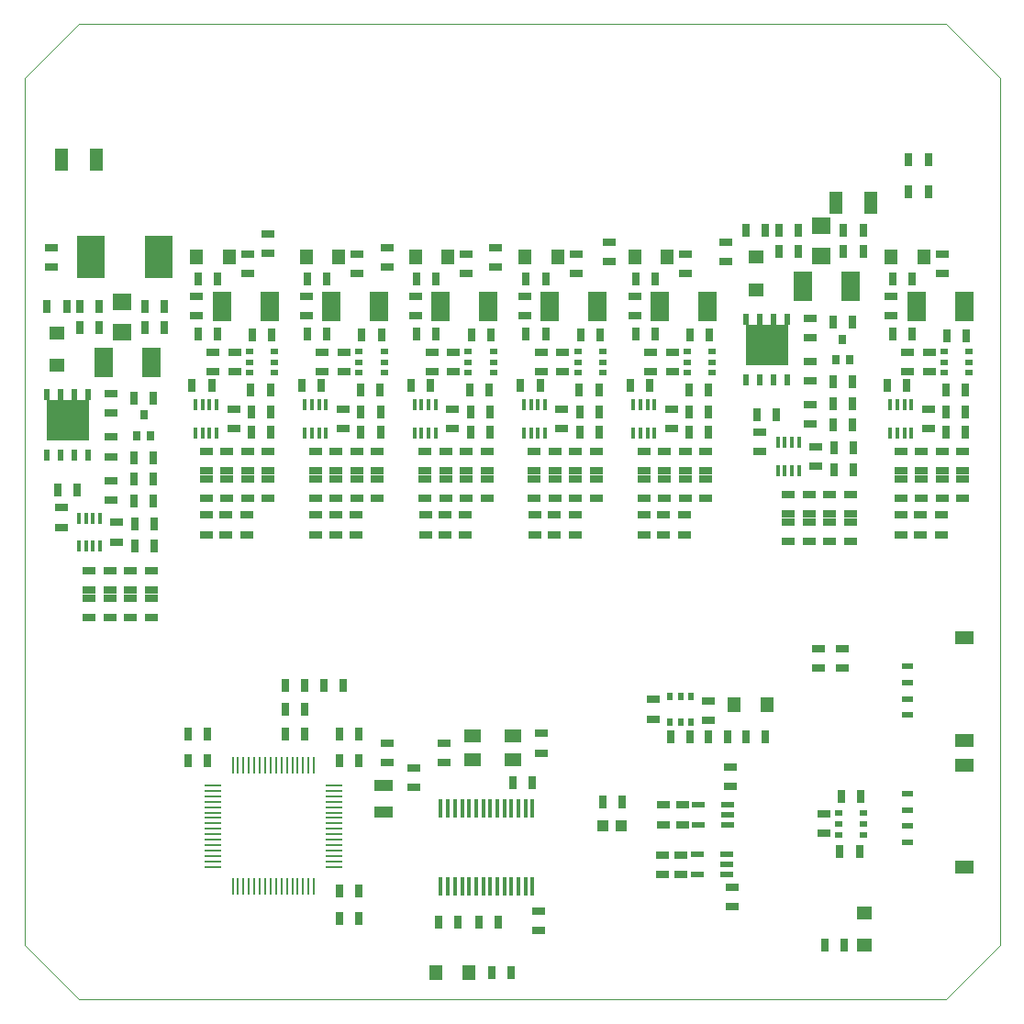
<source format=gtp>
G75*
%MOIN*%
%OFA0B0*%
%FSLAX25Y25*%
%IPPOS*%
%LPD*%
%AMOC8*
5,1,8,0,0,1.08239X$1,22.5*
%
%ADD10R,0.00984X0.06102*%
%ADD11R,0.06102X0.00984*%
%ADD12R,0.01575X0.06890*%
%ADD13R,0.07087X0.03937*%
%ADD14R,0.03150X0.04724*%
%ADD15R,0.04724X0.03150*%
%ADD16R,0.06299X0.04921*%
%ADD17R,0.03937X0.00984*%
%ADD18R,0.00984X0.03937*%
%ADD19C,0.00000*%
%ADD20R,0.01772X0.03937*%
%ADD21R,0.02756X0.03543*%
%ADD22R,0.02402X0.04016*%
%ADD23R,0.15394X0.15000*%
%ADD24R,0.02756X0.02000*%
%ADD25R,0.07087X0.10630*%
%ADD26R,0.04724X0.05512*%
%ADD27R,0.07087X0.06299*%
%ADD28R,0.09843X0.15748*%
%ADD29R,0.04724X0.07874*%
%ADD30R,0.05512X0.04724*%
%ADD31R,0.02000X0.02756*%
%ADD32R,0.04724X0.02362*%
%ADD33R,0.03937X0.02362*%
%ADD34R,0.07087X0.04921*%
%ADD35R,0.04331X0.03937*%
D10*
X0078913Y0049438D03*
X0080882Y0049438D03*
X0082850Y0049438D03*
X0084819Y0049438D03*
X0086787Y0049438D03*
X0088756Y0049438D03*
X0090724Y0049438D03*
X0092693Y0049438D03*
X0094661Y0049438D03*
X0096630Y0049438D03*
X0098598Y0049438D03*
X0100567Y0049438D03*
X0102535Y0049438D03*
X0104504Y0049438D03*
X0106472Y0049438D03*
X0108441Y0049438D03*
X0108441Y0093533D03*
X0106472Y0093533D03*
X0104504Y0093533D03*
X0102535Y0093533D03*
X0100567Y0093533D03*
X0098598Y0093533D03*
X0096630Y0093533D03*
X0094661Y0093533D03*
X0092693Y0093533D03*
X0090724Y0093533D03*
X0088756Y0093533D03*
X0086787Y0093533D03*
X0084819Y0093533D03*
X0082850Y0093533D03*
X0080882Y0093533D03*
X0078913Y0093533D03*
D11*
X0071630Y0086249D03*
X0071630Y0084281D03*
X0071630Y0082312D03*
X0071630Y0080344D03*
X0071630Y0078375D03*
X0071630Y0076407D03*
X0071630Y0074438D03*
X0071630Y0072470D03*
X0071630Y0070501D03*
X0071630Y0068533D03*
X0071630Y0066564D03*
X0071630Y0064596D03*
X0071630Y0062627D03*
X0071630Y0060659D03*
X0071630Y0058690D03*
X0071630Y0056722D03*
X0115724Y0056722D03*
X0115724Y0058690D03*
X0115724Y0060659D03*
X0115724Y0062627D03*
X0115724Y0064596D03*
X0115724Y0066564D03*
X0115724Y0068533D03*
X0115724Y0070501D03*
X0115724Y0072470D03*
X0115724Y0074438D03*
X0115724Y0076407D03*
X0115724Y0078375D03*
X0115724Y0080344D03*
X0115724Y0082312D03*
X0115724Y0084281D03*
X0115724Y0086249D03*
D12*
X0154543Y0077785D03*
X0157102Y0077785D03*
X0159661Y0077785D03*
X0162220Y0077785D03*
X0164780Y0077785D03*
X0167339Y0077785D03*
X0169898Y0077785D03*
X0172457Y0077785D03*
X0175016Y0077785D03*
X0177575Y0077785D03*
X0180134Y0077785D03*
X0182693Y0077785D03*
X0185252Y0077785D03*
X0187811Y0077785D03*
X0187811Y0049438D03*
X0185252Y0049438D03*
X0182693Y0049438D03*
X0180134Y0049438D03*
X0177575Y0049438D03*
X0175016Y0049438D03*
X0172457Y0049438D03*
X0169898Y0049438D03*
X0167339Y0049438D03*
X0164780Y0049438D03*
X0162220Y0049438D03*
X0159661Y0049438D03*
X0157102Y0049438D03*
X0154543Y0049438D03*
D13*
X0133677Y0076564D03*
X0133677Y0086407D03*
D14*
X0124701Y0095108D03*
X0117614Y0095108D03*
X0117614Y0104950D03*
X0124701Y0104950D03*
X0118992Y0122627D03*
X0111906Y0122627D03*
X0105213Y0122627D03*
X0098126Y0122627D03*
X0098126Y0113769D03*
X0105213Y0113769D03*
X0105213Y0104911D03*
X0098126Y0104911D03*
X0069740Y0104950D03*
X0062654Y0104950D03*
X0062654Y0095108D03*
X0069740Y0095108D03*
X0117614Y0047864D03*
X0124701Y0047864D03*
X0124701Y0038021D03*
X0117614Y0038021D03*
X0153697Y0036545D03*
X0160783Y0036545D03*
X0168303Y0036545D03*
X0175390Y0036545D03*
X0172929Y0018297D03*
X0180016Y0018297D03*
X0213283Y0080304D03*
X0220370Y0080304D03*
X0238008Y0103887D03*
X0245094Y0103887D03*
X0251669Y0103927D03*
X0258756Y0103927D03*
X0265449Y0103927D03*
X0272535Y0103927D03*
X0300016Y0082312D03*
X0307102Y0082312D03*
X0306602Y0062312D03*
X0299516Y0062312D03*
X0301079Y0028139D03*
X0293992Y0028139D03*
X0187791Y0087135D03*
X0180705Y0087135D03*
X0297260Y0200860D03*
X0304346Y0200860D03*
X0304346Y0208891D03*
X0297260Y0208891D03*
X0296945Y0217115D03*
X0304031Y0217115D03*
X0304031Y0224989D03*
X0296945Y0224989D03*
X0296945Y0232864D03*
X0304031Y0232864D03*
X0316575Y0231529D03*
X0323661Y0231529D03*
X0337902Y0230072D03*
X0344988Y0230072D03*
X0345161Y0222029D03*
X0338075Y0222029D03*
X0338075Y0214529D03*
X0345161Y0214529D03*
X0345370Y0249596D03*
X0338283Y0249596D03*
X0325685Y0250186D03*
X0318598Y0250186D03*
X0304031Y0254517D03*
X0296945Y0254517D03*
X0318598Y0270265D03*
X0325685Y0270265D03*
X0307969Y0280108D03*
X0300882Y0280108D03*
X0300882Y0287982D03*
X0307969Y0287982D03*
X0324504Y0301761D03*
X0331591Y0301761D03*
X0331591Y0313572D03*
X0324504Y0313572D03*
X0284346Y0287982D03*
X0277260Y0287982D03*
X0272535Y0287982D03*
X0265449Y0287982D03*
X0277260Y0280108D03*
X0284346Y0280108D03*
X0252181Y0250072D03*
X0245094Y0250072D03*
X0232378Y0250186D03*
X0225291Y0250186D03*
X0212417Y0250072D03*
X0205331Y0250072D03*
X0192614Y0250186D03*
X0185528Y0250186D03*
X0172654Y0250072D03*
X0165567Y0250072D03*
X0152850Y0250186D03*
X0145764Y0250186D03*
X0132890Y0250072D03*
X0125803Y0250072D03*
X0113087Y0250186D03*
X0106000Y0250186D03*
X0093126Y0250072D03*
X0086039Y0250072D03*
X0073323Y0250186D03*
X0066236Y0250186D03*
X0054031Y0252549D03*
X0046945Y0252549D03*
X0046945Y0260423D03*
X0054031Y0260423D03*
X0066236Y0270265D03*
X0073323Y0270265D03*
X0106000Y0270265D03*
X0113087Y0270265D03*
X0145764Y0270265D03*
X0152850Y0270265D03*
X0185528Y0270265D03*
X0192614Y0270265D03*
X0225291Y0270265D03*
X0232378Y0270265D03*
X0230354Y0231529D03*
X0223268Y0231529D03*
X0211917Y0230072D03*
X0204831Y0230072D03*
X0205004Y0222029D03*
X0212091Y0222029D03*
X0212091Y0214529D03*
X0205004Y0214529D03*
X0190591Y0231529D03*
X0183504Y0231529D03*
X0172327Y0222029D03*
X0165240Y0222029D03*
X0165240Y0214529D03*
X0172327Y0214529D03*
X0172154Y0230072D03*
X0165067Y0230072D03*
X0150827Y0231529D03*
X0143740Y0231529D03*
X0132390Y0230072D03*
X0125303Y0230072D03*
X0125476Y0222029D03*
X0132563Y0222029D03*
X0132563Y0214529D03*
X0125476Y0214529D03*
X0111063Y0231529D03*
X0103976Y0231529D03*
X0092626Y0230072D03*
X0085539Y0230072D03*
X0085713Y0222029D03*
X0092799Y0222029D03*
X0092799Y0214529D03*
X0085713Y0214529D03*
X0071299Y0231529D03*
X0064213Y0231529D03*
X0050094Y0226958D03*
X0043008Y0226958D03*
X0043008Y0205304D03*
X0050094Y0205304D03*
X0050094Y0197430D03*
X0043008Y0197430D03*
X0043008Y0189556D03*
X0050094Y0189556D03*
X0050409Y0181332D03*
X0043323Y0181332D03*
X0043323Y0173301D03*
X0050409Y0173301D03*
X0022535Y0193493D03*
X0015449Y0193493D03*
X0023323Y0252549D03*
X0030409Y0252549D03*
X0030409Y0260423D03*
X0023323Y0260423D03*
X0018598Y0260423D03*
X0011512Y0260423D03*
X0244594Y0230072D03*
X0251681Y0230072D03*
X0251854Y0222029D03*
X0244768Y0222029D03*
X0244768Y0214529D03*
X0251854Y0214529D03*
X0269386Y0221052D03*
X0276472Y0221052D03*
D15*
X0270524Y0214678D03*
X0270524Y0207592D03*
X0280803Y0191903D03*
X0280803Y0184816D03*
X0280803Y0181903D03*
X0280803Y0174816D03*
X0288303Y0174816D03*
X0288303Y0181903D03*
X0288303Y0184816D03*
X0288303Y0191903D03*
X0295803Y0191903D03*
X0295803Y0184816D03*
X0295803Y0181903D03*
X0295803Y0174816D03*
X0303303Y0174816D03*
X0303303Y0181903D03*
X0303303Y0184816D03*
X0303303Y0191903D03*
X0290803Y0202316D03*
X0290803Y0209403D03*
X0288677Y0217509D03*
X0288677Y0224596D03*
X0288677Y0233257D03*
X0288677Y0240344D03*
X0288677Y0249005D03*
X0288677Y0256092D03*
X0318205Y0256879D03*
X0318205Y0263966D03*
X0336709Y0272234D03*
X0336709Y0279320D03*
X0331945Y0243615D03*
X0331945Y0236529D03*
X0324110Y0236604D03*
X0324110Y0243690D03*
X0331618Y0223072D03*
X0331618Y0215986D03*
X0329118Y0207541D03*
X0329118Y0200454D03*
X0329118Y0197541D03*
X0329118Y0190454D03*
X0328835Y0184438D03*
X0328835Y0177352D03*
X0321748Y0177352D03*
X0321748Y0184438D03*
X0321618Y0190454D03*
X0321618Y0197541D03*
X0321618Y0200454D03*
X0321618Y0207541D03*
X0336618Y0207541D03*
X0336618Y0200454D03*
X0336618Y0197541D03*
X0336618Y0190454D03*
X0336315Y0184438D03*
X0336315Y0177352D03*
X0344118Y0190454D03*
X0344118Y0197541D03*
X0344118Y0200454D03*
X0344118Y0207541D03*
X0300488Y0136013D03*
X0300488Y0128927D03*
X0291630Y0128927D03*
X0291630Y0136013D03*
X0251551Y0116930D03*
X0251551Y0109844D03*
X0259750Y0092883D03*
X0259750Y0085797D03*
X0242250Y0079133D03*
X0235500Y0079133D03*
X0235500Y0072047D03*
X0242250Y0072047D03*
X0241646Y0061082D03*
X0234896Y0061082D03*
X0234896Y0053995D03*
X0241646Y0053995D03*
X0260396Y0049332D03*
X0260396Y0042245D03*
X0293559Y0068769D03*
X0293559Y0075856D03*
X0231551Y0110344D03*
X0231551Y0117430D03*
X0191118Y0105127D03*
X0191118Y0098041D03*
X0155685Y0101525D03*
X0155685Y0094438D03*
X0144858Y0092667D03*
X0144858Y0085580D03*
X0135016Y0094438D03*
X0135016Y0101525D03*
X0190134Y0040659D03*
X0190134Y0033572D03*
X0188677Y0177352D03*
X0188677Y0184438D03*
X0188547Y0190454D03*
X0188547Y0197541D03*
X0188547Y0200454D03*
X0188547Y0207541D03*
X0196047Y0207541D03*
X0196047Y0200454D03*
X0196047Y0197541D03*
X0196047Y0190454D03*
X0195764Y0184438D03*
X0195764Y0177352D03*
X0203244Y0177352D03*
X0203244Y0184438D03*
X0203547Y0190454D03*
X0203547Y0197541D03*
X0203547Y0200454D03*
X0203547Y0207541D03*
X0211047Y0207541D03*
X0211047Y0200454D03*
X0211047Y0197541D03*
X0211047Y0190454D03*
X0228311Y0190454D03*
X0228441Y0184438D03*
X0228441Y0177352D03*
X0235528Y0177352D03*
X0235528Y0184438D03*
X0235811Y0190454D03*
X0235811Y0197541D03*
X0235811Y0200454D03*
X0235811Y0207541D03*
X0228311Y0207541D03*
X0228311Y0200454D03*
X0228311Y0197541D03*
X0243311Y0197541D03*
X0243311Y0200454D03*
X0243311Y0207541D03*
X0250811Y0207541D03*
X0250811Y0200454D03*
X0250811Y0197541D03*
X0250811Y0190454D03*
X0243311Y0190454D03*
X0243008Y0184438D03*
X0243008Y0177352D03*
X0238311Y0215986D03*
X0238311Y0223072D03*
X0238638Y0236529D03*
X0238638Y0243615D03*
X0230803Y0243690D03*
X0230803Y0236604D03*
X0224898Y0256879D03*
X0224898Y0263966D03*
X0215843Y0276564D03*
X0215843Y0283651D03*
X0203638Y0279320D03*
X0203638Y0272234D03*
X0185134Y0263966D03*
X0185134Y0256879D03*
X0191039Y0243690D03*
X0191039Y0236604D03*
X0198874Y0236529D03*
X0198874Y0243615D03*
X0198547Y0223072D03*
X0198547Y0215986D03*
X0171283Y0207541D03*
X0171283Y0200454D03*
X0171283Y0197541D03*
X0171283Y0190454D03*
X0163783Y0190454D03*
X0163480Y0184438D03*
X0163480Y0177352D03*
X0156000Y0177352D03*
X0156000Y0184438D03*
X0156283Y0190454D03*
X0156283Y0197541D03*
X0156283Y0200454D03*
X0156283Y0207541D03*
X0148783Y0207541D03*
X0148783Y0200454D03*
X0148783Y0197541D03*
X0148783Y0190454D03*
X0148913Y0184438D03*
X0148913Y0177352D03*
X0131520Y0190454D03*
X0131520Y0197541D03*
X0131520Y0200454D03*
X0131520Y0207541D03*
X0124020Y0207541D03*
X0124020Y0200454D03*
X0124020Y0197541D03*
X0124020Y0190454D03*
X0123717Y0184438D03*
X0123717Y0177352D03*
X0116236Y0177352D03*
X0116236Y0184438D03*
X0116520Y0190454D03*
X0116520Y0197541D03*
X0116520Y0200454D03*
X0116520Y0207541D03*
X0109020Y0207541D03*
X0109020Y0200454D03*
X0109020Y0197541D03*
X0109020Y0190454D03*
X0109150Y0184438D03*
X0109150Y0177352D03*
X0091756Y0190454D03*
X0091756Y0197541D03*
X0091756Y0200454D03*
X0091756Y0207541D03*
X0084256Y0207541D03*
X0084256Y0200454D03*
X0084256Y0197541D03*
X0084256Y0190454D03*
X0083953Y0184438D03*
X0083953Y0177352D03*
X0076472Y0177352D03*
X0069386Y0177352D03*
X0069386Y0184438D03*
X0069256Y0190454D03*
X0069256Y0197541D03*
X0069256Y0200454D03*
X0069256Y0207541D03*
X0076756Y0207541D03*
X0076756Y0200454D03*
X0076756Y0197541D03*
X0076756Y0190454D03*
X0076472Y0184438D03*
X0049366Y0164344D03*
X0049366Y0157257D03*
X0049366Y0154344D03*
X0049366Y0147257D03*
X0041866Y0147257D03*
X0041866Y0154344D03*
X0041866Y0157257D03*
X0041866Y0164344D03*
X0034366Y0164344D03*
X0034366Y0157257D03*
X0034366Y0154344D03*
X0034366Y0147257D03*
X0026866Y0147257D03*
X0026866Y0154344D03*
X0026866Y0157257D03*
X0026866Y0164344D03*
X0036866Y0174757D03*
X0036866Y0181844D03*
X0034740Y0189950D03*
X0034740Y0197037D03*
X0034740Y0205698D03*
X0034740Y0212785D03*
X0034740Y0221446D03*
X0034740Y0228533D03*
X0065843Y0256879D03*
X0065843Y0263966D03*
X0084346Y0272234D03*
X0084346Y0279320D03*
X0091827Y0279517D03*
X0091827Y0286604D03*
X0105606Y0263966D03*
X0105606Y0256879D03*
X0111512Y0243690D03*
X0111512Y0236604D03*
X0119346Y0236529D03*
X0119346Y0243615D03*
X0119020Y0223072D03*
X0119020Y0215986D03*
X0151276Y0236604D03*
X0151276Y0243690D03*
X0159110Y0243615D03*
X0159110Y0236529D03*
X0158783Y0223072D03*
X0158783Y0215986D03*
X0163783Y0207541D03*
X0163783Y0200454D03*
X0163783Y0197541D03*
X0145370Y0256879D03*
X0145370Y0263966D03*
X0135134Y0274596D03*
X0135134Y0281682D03*
X0124110Y0279320D03*
X0124110Y0272234D03*
X0163874Y0272234D03*
X0163874Y0279320D03*
X0174504Y0281682D03*
X0174504Y0274596D03*
X0243402Y0272234D03*
X0243402Y0279320D03*
X0258165Y0276564D03*
X0258165Y0283651D03*
X0079583Y0243615D03*
X0079583Y0236529D03*
X0071748Y0236604D03*
X0071748Y0243690D03*
X0079256Y0223072D03*
X0079256Y0215986D03*
X0016587Y0187119D03*
X0016587Y0180033D03*
X0013087Y0274596D03*
X0013087Y0281682D03*
D16*
X0166039Y0104281D03*
X0166039Y0095619D03*
X0180606Y0095619D03*
X0180606Y0104281D03*
D17*
X0190134Y0041367D03*
D18*
X0167988Y0036545D03*
X0180390Y0087135D03*
X0116922Y0104881D03*
X0070203Y0105081D03*
X0116844Y0038016D03*
D19*
X0022929Y0008454D02*
X0337890Y0008454D01*
X0357575Y0028139D01*
X0357575Y0343100D01*
X0337890Y0362785D01*
X0022929Y0362785D01*
X0003244Y0343100D01*
X0003244Y0028139D01*
X0022929Y0008454D01*
D20*
X0023028Y0173182D03*
X0025587Y0173182D03*
X0028146Y0173182D03*
X0030705Y0173182D03*
X0030705Y0183419D03*
X0028146Y0183419D03*
X0025587Y0183419D03*
X0023028Y0183419D03*
X0065417Y0214411D03*
X0067976Y0214411D03*
X0070535Y0214411D03*
X0073094Y0214411D03*
X0073094Y0224647D03*
X0070535Y0224647D03*
X0067976Y0224647D03*
X0065417Y0224647D03*
X0105181Y0224647D03*
X0107740Y0224647D03*
X0110299Y0224647D03*
X0112858Y0224647D03*
X0112858Y0214411D03*
X0110299Y0214411D03*
X0107740Y0214411D03*
X0105181Y0214411D03*
X0144945Y0214411D03*
X0147504Y0214411D03*
X0150063Y0214411D03*
X0152622Y0214411D03*
X0152622Y0224647D03*
X0150063Y0224647D03*
X0147504Y0224647D03*
X0144945Y0224647D03*
X0184709Y0224647D03*
X0187268Y0224647D03*
X0189827Y0224647D03*
X0192386Y0224647D03*
X0192386Y0214411D03*
X0189827Y0214411D03*
X0187268Y0214411D03*
X0184709Y0214411D03*
X0224472Y0214411D03*
X0227031Y0214411D03*
X0229591Y0214411D03*
X0232150Y0214411D03*
X0232150Y0224647D03*
X0229591Y0224647D03*
X0227031Y0224647D03*
X0224472Y0224647D03*
X0276965Y0210978D03*
X0279524Y0210978D03*
X0282083Y0210978D03*
X0284642Y0210978D03*
X0284642Y0200741D03*
X0282083Y0200741D03*
X0279524Y0200741D03*
X0276965Y0200741D03*
X0317780Y0214411D03*
X0320339Y0214411D03*
X0322898Y0214411D03*
X0325457Y0214411D03*
X0325457Y0224647D03*
X0322898Y0224647D03*
X0320339Y0224647D03*
X0317780Y0224647D03*
D21*
X0303047Y0240934D03*
X0297929Y0240934D03*
X0300488Y0248415D03*
X0049110Y0213375D03*
X0043992Y0213375D03*
X0046551Y0220856D03*
D22*
X0026492Y0228119D03*
X0021492Y0228119D03*
X0016492Y0228119D03*
X0011492Y0228119D03*
X0011492Y0206112D03*
X0016492Y0206112D03*
X0021492Y0206112D03*
X0026492Y0206112D03*
X0265429Y0233671D03*
X0270429Y0233671D03*
X0275429Y0233671D03*
X0280429Y0233671D03*
X0280429Y0255678D03*
X0275429Y0255678D03*
X0270429Y0255678D03*
X0265429Y0255678D03*
D23*
X0272929Y0246407D03*
X0018992Y0218848D03*
D24*
X0085008Y0236135D03*
X0085008Y0240072D03*
X0085008Y0244009D03*
X0094157Y0244009D03*
X0094157Y0240072D03*
X0094157Y0236135D03*
X0124772Y0236135D03*
X0124772Y0240072D03*
X0124772Y0244009D03*
X0133921Y0244009D03*
X0133921Y0240072D03*
X0133921Y0236135D03*
X0164535Y0236135D03*
X0164535Y0240072D03*
X0164535Y0244009D03*
X0173685Y0244009D03*
X0173685Y0240072D03*
X0173685Y0236135D03*
X0204299Y0236135D03*
X0204299Y0240072D03*
X0204299Y0244009D03*
X0213449Y0244009D03*
X0213449Y0240072D03*
X0213449Y0236135D03*
X0244063Y0236135D03*
X0244063Y0240072D03*
X0244063Y0244009D03*
X0253213Y0244009D03*
X0253213Y0240072D03*
X0253213Y0236135D03*
X0337370Y0236135D03*
X0337370Y0240072D03*
X0337370Y0244009D03*
X0346520Y0244009D03*
X0346520Y0240072D03*
X0346520Y0236135D03*
X0308134Y0076249D03*
X0308134Y0072312D03*
X0308134Y0068375D03*
X0298984Y0068375D03*
X0298984Y0072312D03*
X0298984Y0076249D03*
D25*
X0327260Y0260423D03*
X0344583Y0260423D03*
X0303244Y0267509D03*
X0285921Y0267509D03*
X0251276Y0260423D03*
X0233953Y0260423D03*
X0211512Y0260423D03*
X0194189Y0260423D03*
X0171748Y0260423D03*
X0154425Y0260423D03*
X0131984Y0260423D03*
X0114661Y0260423D03*
X0092220Y0260423D03*
X0074898Y0260423D03*
X0049307Y0239950D03*
X0031984Y0239950D03*
D26*
X0065843Y0278139D03*
X0077654Y0278139D03*
X0105606Y0278139D03*
X0117417Y0278139D03*
X0145370Y0278139D03*
X0157181Y0278139D03*
X0185134Y0278139D03*
X0196945Y0278139D03*
X0224898Y0278139D03*
X0236709Y0278139D03*
X0318205Y0278139D03*
X0330016Y0278139D03*
X0272929Y0115738D03*
X0261118Y0115738D03*
X0164661Y0018297D03*
X0152850Y0018297D03*
D27*
X0038677Y0250974D03*
X0038677Y0261997D03*
X0292614Y0278533D03*
X0292614Y0289556D03*
D28*
X0052063Y0278139D03*
X0027260Y0278139D03*
D29*
X0029228Y0313572D03*
X0016630Y0313572D03*
X0298126Y0297824D03*
X0310724Y0297824D03*
D30*
X0268992Y0278139D03*
X0268992Y0266328D03*
X0308362Y0039950D03*
X0308362Y0028139D03*
X0015055Y0238769D03*
X0015055Y0250580D03*
D31*
X0237614Y0118462D03*
X0241551Y0118462D03*
X0245488Y0118462D03*
X0245488Y0109312D03*
X0241551Y0109312D03*
X0237614Y0109312D03*
D32*
X0248185Y0079330D03*
X0248185Y0071850D03*
X0247831Y0061279D03*
X0247831Y0053799D03*
X0258461Y0053799D03*
X0258461Y0057539D03*
X0258461Y0061279D03*
X0258815Y0071850D03*
X0258815Y0075590D03*
X0258815Y0079330D03*
D33*
X0324110Y0077352D03*
X0324110Y0083257D03*
X0324110Y0071446D03*
X0324110Y0065541D03*
X0324110Y0111801D03*
X0324110Y0117706D03*
X0324110Y0123612D03*
X0324110Y0129517D03*
D34*
X0344583Y0139773D03*
X0344583Y0102726D03*
X0344583Y0093513D03*
X0344583Y0056466D03*
D35*
X0220173Y0071446D03*
X0213480Y0071446D03*
M02*

</source>
